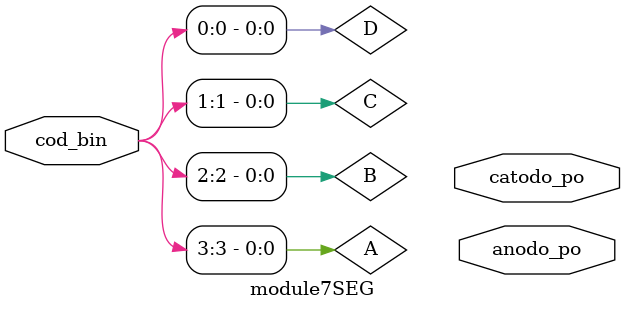
<source format=sv>
module module7SEG(
    input logic [3:0] cod_bin,
    output logic [1:0] anodo_po,
    output logic [6:0] catodo_po
);

    assign A = cod_bin[3];
    assign B = cod_bin[2];
    assign C = cod_bin[1];
    assign D = cod_bin[0];

    //seg a
    assign seg_a = (B || D) && (!A || C) && (A || !C) && (A || !D); //seg a unidades
    
    //seg b
    //seg c
    //seg d
    //seg e
    //seg f
    //seg g

endmodule
</source>
